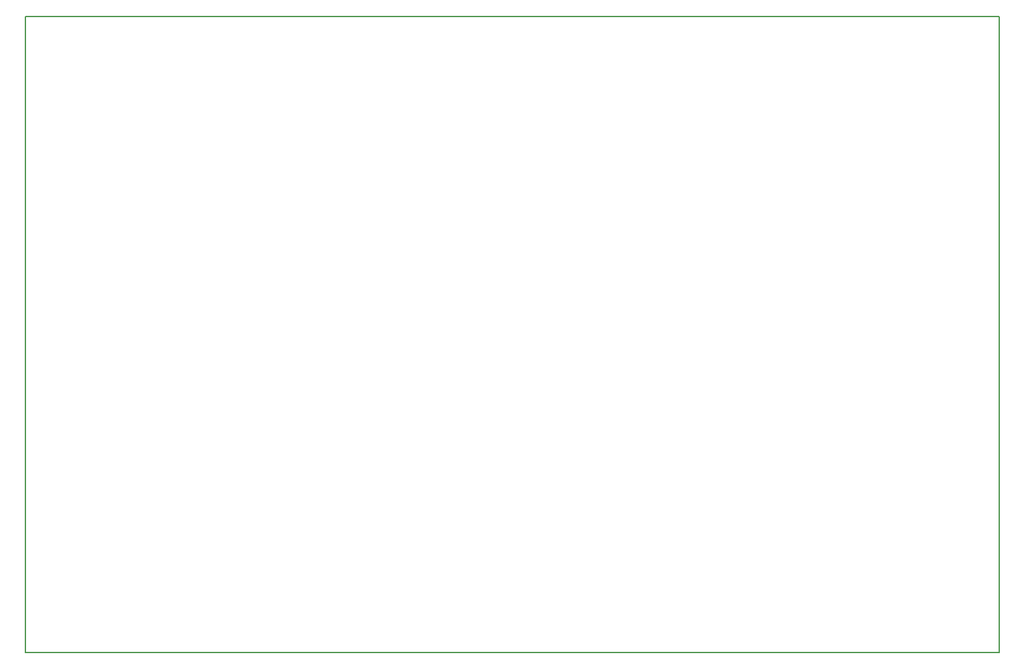
<source format=gm1>
G04 MADE WITH FRITZING*
G04 WWW.FRITZING.ORG*
G04 DOUBLE SIDED*
G04 HOLES PLATED*
G04 CONTOUR ON CENTER OF CONTOUR VECTOR*
%ASAXBY*%
%FSLAX23Y23*%
%MOIN*%
%OFA0B0*%
%SFA1.0B1.0*%
%ADD10R,5.118120X3.346460*%
%ADD11C,0.008000*%
%ADD10C,0.008*%
%LNCONTOUR*%
G90*
G70*
G54D10*
G54D11*
X4Y3342D02*
X5114Y3342D01*
X5114Y4D01*
X4Y4D01*
X4Y3342D01*
D02*
G04 End of contour*
M02*
</source>
